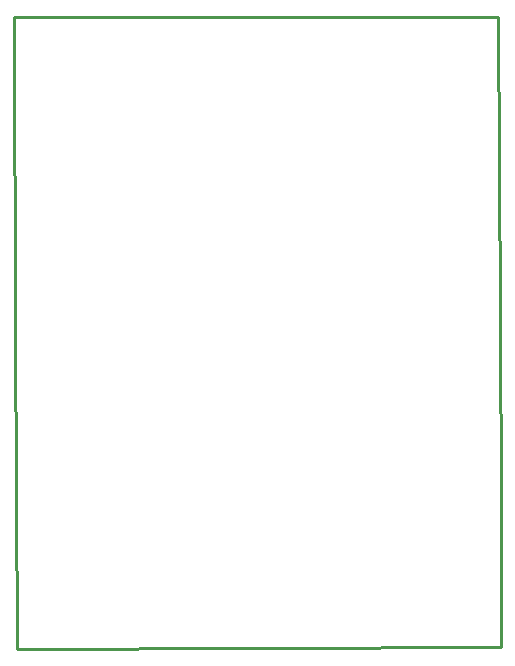
<source format=gko>
G04 Layer: BoardOutlineLayer*
G04 EasyEDA v6.5.47, 2024-10-06 10:13:02*
G04 ffcbb33f17924234841025c486cc4069,e014b3835f5d4d88964e6d66dd9d747e,10*
G04 Gerber Generator version 0.2*
G04 Scale: 100 percent, Rotated: No, Reflected: No *
G04 Dimensions in millimeters *
G04 leading zeros omitted , absolute positions ,4 integer and 5 decimal *
%FSLAX45Y45*%
%MOMM*%

%ADD10C,0.2540*%
D10*
X711200Y8343900D02*
G01*
X2819400Y8343900D01*
X4813300Y8343900D01*
X4826000Y5829300D01*
X4838700Y4165600D01*
X4838700Y3009900D01*
X736600Y2997200D01*
X723900Y5676900D01*
X711200Y8343900D01*

%LPD*%
M02*

</source>
